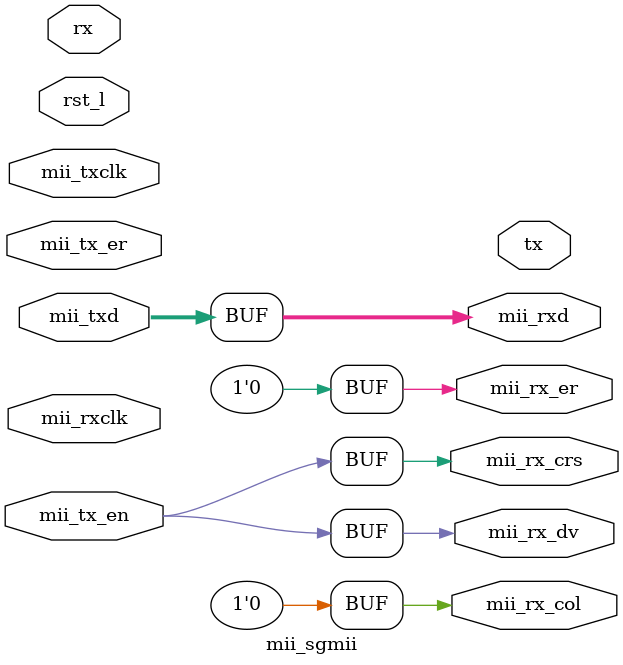
<source format=v>
module mii_sgmii (
    //module reset
    rst_l, 
    
    //sgmii rx/tx
    tx,
    rx, 

    //mii interface 
    mii_rxclk, 
    mii_rxd, 
    mii_rx_dv, 
    mii_rx_er, 
    mii_rx_crs, 
    mii_rx_col,

    mii_txclk, 
    mii_txd,
    mii_tx_en, 
    mii_tx_er
    );

    //module reset
input rst_l; 
    
    //sgmii rx/tx
output tx;
input rx; 

    //mii interface 
input mii_rxclk; 
output [3:0] mii_rxd; 
output mii_rx_dv; 
output mii_rx_er; 
output mii_rx_crs; 
output mii_rx_col;

input mii_txclk; 
input [3:0] mii_txd;
input mii_tx_en; 
input mii_tx_er;
/*
//interal regs and wires
wire [8:0] DataFromEnc; 
reg  [8:0] DataFromEnc_r; 
reg  [8:0] DataToEnc_r; 
reg enc_clk; 

wire [9:0] EncodedDataIn;
wire [9:0] EncodedDataOut;
reg  [9:0] EncodedDataOut_r;

//generate clock running half the frequency of mii clock 
//shift mii data into 8 bit reg 
always @ (posedge(mii_txclk),rst_l) begin 
    if(rst_l == 1'b0) begin 
        enc_clk = 1'b0;
        DataToEnc_r = 9'b000000000; 
    end
    else if(mii_txclk == 1'b1) begin 
        enc_clk = !enc_clk; 
        DataToEnc_r[8]   = 1'b0;
        DataToEnc_r[7:4] = DataToEnc_r[3:0]; 
        DataToEnc_r[3:0] = mii_txd;
    end
end 

//8b10b encode and decode modules
wire Encode_disp;
reg  Encode_disp_r;
encode encode_8b10b 
(
    .datain(DataToEnc_r), 
    .dispin(Encode_disp_r),
    .dataout(EncodedDataOut), 
    .dispout(Encode_disp)
);

//register output of encoded data 
always @ (posedge(enc_clk),rst_l) begin 
    if(rst_l == 1'b0) begin 
        EncodedDataOut_r = 10'b0000000000;
        Encode_disp_r = 1'b0; 
    end
    else if (enc_clk == 1'b1) begin 
        EncodedDataOut_r = EncodedDataOut; 
        Encode_disp_r = Encode_disp; 
    end
end

wire Decode_disp;
reg  Decode_disp_r;
reg  code_err_r;
wire code_err;
reg  disp_err_r; 
wire disp_err; 

decode decode_8b10b 
(
    .datain(EncodedDataIn),
    .dispin(Decode_disp_r),
    .dataout(DataFromEnc),
    .dispout(Decode_disp), 
    .code_err(code_err),
    .disp_err(disp_err)
);

always @ (posedge(enc_clk),rst_l) begin 
    if(rst_l == 1'b0) begin 
        DataFromEnc_r = 9'b000000000;
        Decode_disp_r = 1'b0;
        code_err_r    = 1'b0;
        disp_err_r    = 1'b0;
    end
    else if (enc_clk == 1'b1) begin 
        DataFromEnc_r = DataFromEnc; 
        Decode_disp_r = Decode_disp; 
        code_err_r    = code_err; 
        disp_err_r    = disp_err; 
    end
end

assign EncodedDataIn = EncodedDataOut_r; 

//convert decoded 8 bit data to mii data
reg nib;
reg [3:0] mii_out; 
always @ (posedge(mii_txclk),rst_l) begin 
    if(rst_l == 1'b0 ) begin 
        nib = 1'b0;
        mii_out = 4'b0000; 
    end
    else if (mii_txclk == 1'b1) begin 
        if(nib == 1'b0) begin
            mii_out = DataFromEnc_r[3:0];
            nib = 1'b1; 
        end
        else begin 
            mii_out = DataFromEnc_r[7:4];
            nib = 1'b0;
        end
    end 
end

assign mii_rxd    = mii_out; 
assign mii_rx_dv  = 1'b1;
assign mii_rx_crs = 1'b1;
assign mii_rx_er  = 1'b0;
assign mii_rx_col = 1'b0;

/*/
assign mii_rx_dv  = mii_tx_en; 
assign mii_rx_crs = mii_tx_en;

assign mii_rxd = mii_txd; 

assign mii_rx_er = 1'b0; 
assign mii_rx_col = 1'b0;

endmodule 

</source>
